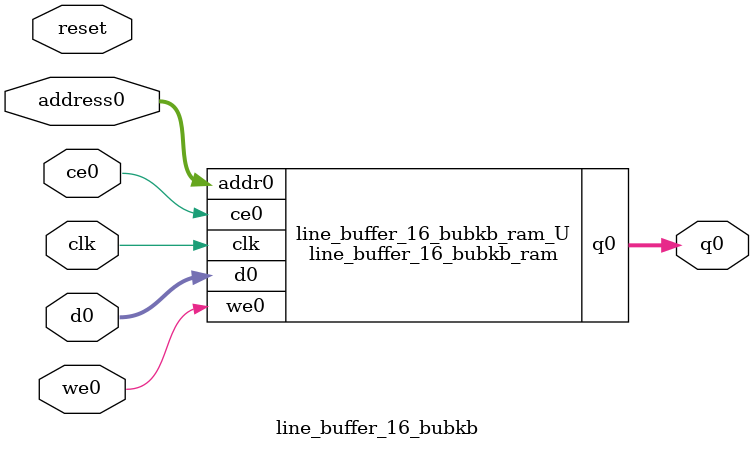
<source format=v>

`timescale 1 ns / 1 ps
module line_buffer_16_bubkb_ram (addr0, ce0, d0, we0, q0,  clk);

parameter DWIDTH = 16;
parameter AWIDTH = 12;
parameter MEM_SIZE = 2688;

input[AWIDTH-1:0] addr0;
input ce0;
input[DWIDTH-1:0] d0;
input we0;
output reg[DWIDTH-1:0] q0;
input clk;

(* ram_style = "block" *)reg [DWIDTH-1:0] ram[0:MEM_SIZE-1];




always @(posedge clk)  
begin 
    if (ce0) 
    begin
        if (we0) 
        begin 
            ram[addr0] <= d0; 
            q0 <= d0;
        end 
        else 
            q0 <= ram[addr0];
    end
end


endmodule


`timescale 1 ns / 1 ps
module line_buffer_16_bubkb(
    reset,
    clk,
    address0,
    ce0,
    we0,
    d0,
    q0);

parameter DataWidth = 32'd16;
parameter AddressRange = 32'd2688;
parameter AddressWidth = 32'd12;
input reset;
input clk;
input[AddressWidth - 1:0] address0;
input ce0;
input we0;
input[DataWidth - 1:0] d0;
output[DataWidth - 1:0] q0;



line_buffer_16_bubkb_ram line_buffer_16_bubkb_ram_U(
    .clk( clk ),
    .addr0( address0 ),
    .ce0( ce0 ),
    .d0( d0 ),
    .we0( we0 ),
    .q0( q0 ));

endmodule


</source>
